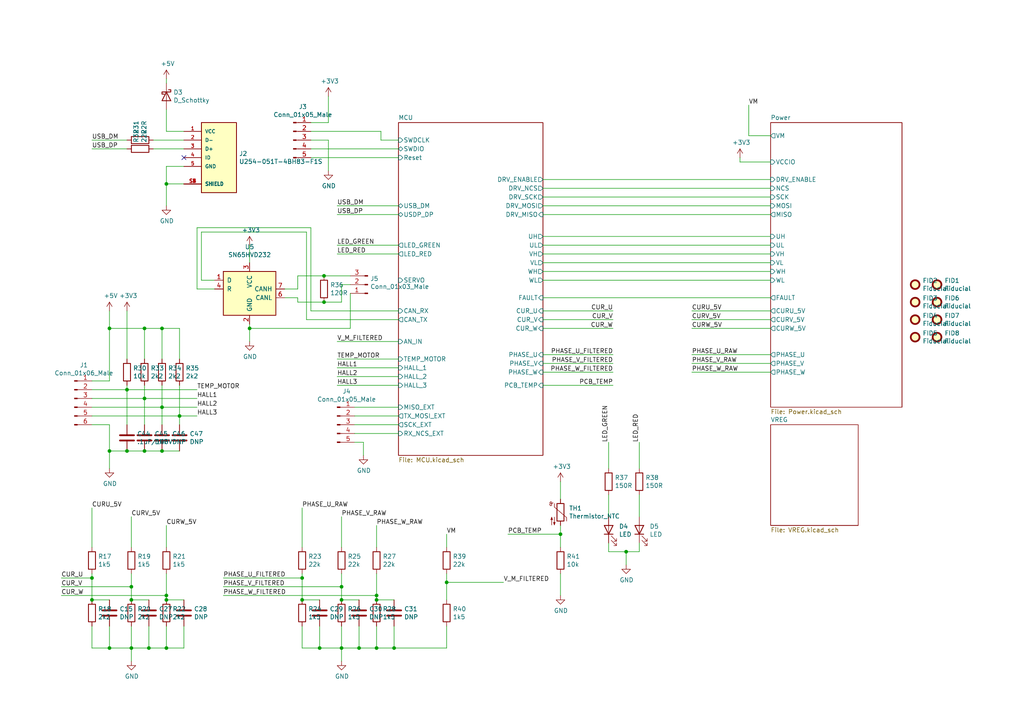
<source format=kicad_sch>
(kicad_sch (version 20211123) (generator eeschema)
  (paper "A4")
  (title_block (title "xESC BLDC Controller") (date "2021-12-01") (rev "2.0") (company "Clemens Elflein") (comment 1 "Creative Commons Attribution-NonCommercial-ShareAlike 4.0 International License.") (comment 2 "Licensed under "))
  (lib_symbols
    (symbol "Connector:Conn_01x03_Male" (pin_names (offset 1.016) hide)
      (property "Reference" "J" (at 0 5.08 0))
      (property "Value" "Conn_01x03_Male" (at 0 -5.08 0))
      (symbol "Conn_01x03_Male_1_1"
        (polyline (pts (xy 1.27 -2.54) (xy 0.8636 -2.54)) (stroke (width 0.1524)))
        (polyline (pts (xy 1.27 0) (xy 0.8636 0)) (stroke (width 0.1524)))
        (polyline (pts (xy 1.27 2.54) (xy 0.8636 2.54)) (stroke (width 0.1524)))
        (rectangle (start 0.8636 -2.413) (end 0 -2.667) (stroke (width 0.1524)) (fill (type outline)))
        (rectangle (start 0.8636 0.127) (end 0 -0.127) (stroke (width 0.1524)) (fill (type outline)))
        (rectangle (start 0.8636 2.667) (end 0 2.413) (stroke (width 0.1524)) (fill (type outline)))
        (pin passive line (at 5.08 2.54 180) (length 3.81) (name "Pin_1") (number "1"))
        (pin passive line (at 5.08 0 180) (length 3.81) (name "Pin_2") (number "2"))
        (pin passive line (at 5.08 -2.54 180) (length 3.81) (name "Pin_3") (number "3"))
      )
    )
    (symbol "Connector:Conn_01x05_Male" (pin_names (offset 1.016) hide)
      (property "Reference" "J" (at 0 7.62 0))
      (property "Value" "Conn_01x05_Male" (at 0 -7.62 0))
      (symbol "Conn_01x05_Male_1_1"
        (polyline (pts (xy 1.27 -5.08) (xy 0.8636 -5.08)) (stroke (width 0.1524)))
        (polyline (pts (xy 1.27 -2.54) (xy 0.8636 -2.54)) (stroke (width 0.1524)))
        (polyline (pts (xy 1.27 0) (xy 0.8636 0)) (stroke (width 0.1524)))
        (polyline (pts (xy 1.27 2.54) (xy 0.8636 2.54)) (stroke (width 0.1524)))
        (polyline (pts (xy 1.27 5.08) (xy 0.8636 5.08)) (stroke (width 0.1524)))
        (rectangle (start 0.8636 -4.953) (end 0 -5.207) (stroke (width 0.1524)) (fill (type outline)))
        (rectangle (start 0.8636 -2.413) (end 0 -2.667) (stroke (width 0.1524)) (fill (type outline)))
        (rectangle (start 0.8636 0.127) (end 0 -0.127) (stroke (width 0.1524)) (fill (type outline)))
        (rectangle (start 0.8636 2.667) (end 0 2.413) (stroke (width 0.1524)) (fill (type outline)))
        (rectangle (start 0.8636 5.207) (end 0 4.953) (stroke (width 0.1524)) (fill (type outline)))
        (pin passive line (at 5.08 5.08 180) (length 3.81) (name "Pin_1") (number "1"))
        (pin passive line (at 5.08 2.54 180) (length 3.81) (name "Pin_2") (number "2"))
        (pin passive line (at 5.08 0 180) (length 3.81) (name "Pin_3") (number "3"))
        (pin passive line (at 5.08 -2.54 180) (length 3.81) (name "Pin_4") (number "4"))
        (pin passive line (at 5.08 -5.08 180) (length 3.81) (name "Pin_5") (number "5"))
      )
    )
    (symbol "Connector:Conn_01x06_Male" (pin_names (offset 1.016) hide)
      (property "Reference" "J" (at 0 7.62 0))
      (property "Value" "Conn_01x06_Male" (at 0 -10.16 0))
      (symbol "Conn_01x06_Male_1_1"
        (polyline (pts (xy 1.27 -7.62) (xy 0.8636 -7.62)) (stroke (width 0.1524)))
        (polyline (pts (xy 1.27 -5.08) (xy 0.8636 -5.08)) (stroke (width 0.1524)))
        (polyline (pts (xy 1.27 -2.54) (xy 0.8636 -2.54)) (stroke (width 0.1524)))
        (polyline (pts (xy 1.27 0) (xy 0.8636 0)) (stroke (width 0.1524)))
        (polyline (pts (xy 1.27 2.54) (xy 0.8636 2.54)) (stroke (width 0.1524)))
        (polyline (pts (xy 1.27 5.08) (xy 0.8636 5.08)) (stroke (width 0.1524)))
        (rectangle (start 0.8636 -7.493) (end 0 -7.747) (stroke (width 0.1524)) (fill (type outline)))
        (rectangle (start 0.8636 -4.953) (end 0 -5.207) (stroke (width 0.1524)) (fill (type outline)))
        (rectangle (start 0.8636 -2.413) (end 0 -2.667) (stroke (width 0.1524)) (fill (type outline)))
        (rectangle (start 0.8636 0.127) (end 0 -0.127) (stroke (width 0.1524)) (fill (type outline)))
        (rectangle (start 0.8636 2.667) (end 0 2.413) (stroke (width 0.1524)) (fill (type outline)))
        (rectangle (start 0.8636 5.207) (end 0 4.953) (stroke (width 0.1524)) (fill (type outline)))
        (pin passive line (at 5.08 5.08 180) (length 3.81) (name "Pin_1") (number "1"))
        (pin passive line (at 5.08 2.54 180) (length 3.81) (name "Pin_2") (number "2"))
        (pin passive line (at 5.08 0 180) (length 3.81) (name "Pin_3") (number "3"))
        (pin passive line (at 5.08 -2.54 180) (length 3.81) (name "Pin_4") (number "4"))
        (pin passive line (at 5.08 -5.08 180) (length 3.81) (name "Pin_5") (number "5"))
        (pin passive line (at 5.08 -7.62 180) (length 3.81) (name "Pin_6") (number "6"))
      )
    )
    (symbol "Device:C" (pin_numbers hide) (pin_names (offset 0.254))
      (property "Reference" "C" (at 0.635 2.54 0))
      (property "Value" "C" (at 0.635 -2.54 0))
      (symbol "C_0_1"
        (polyline (pts (xy -2.032 -0.762) (xy 2.032 -0.762)) (stroke (width 0.508)))
        (polyline (pts (xy -2.032 0.762) (xy 2.032 0.762)) (stroke (width 0.508)))
      )
      (symbol "C_1_1"
        (pin passive line (at 0 3.81 270) (length 2.794) (name "~") (number "1"))
        (pin passive line (at 0 -3.81 90) (length 2.794) (name "~") (number "2"))
      )
    )
    (symbol "Device:D_Schottky" (pin_numbers hide) (pin_names (offset 1.016) hide)
      (property "Reference" "D" (at 0 2.54 0))
      (property "Value" "D_Schottky" (at 0 -2.54 0))
      (symbol "D_Schottky_0_1"
        (polyline (pts (xy 1.27 0) (xy -1.27 0)))
        (polyline (pts (xy 1.27 1.27) (xy 1.27 -1.27) (xy -1.27 0) (xy 1.27 1.27)) (stroke (width 0.254)))
        (polyline (pts (xy -1.905 0.635) (xy -1.905 1.27) (xy -1.27 1.27) (xy -1.27 -1.27) (xy -0.635 -1.27) (xy -0.635 -0.635)) (stroke (width 0.254)))
      )
      (symbol "D_Schottky_1_1"
        (pin passive line (at -3.81 0 0) (length 2.54) (name "K") (number "1"))
        (pin passive line (at 3.81 0 180) (length 2.54) (name "A") (number "2"))
      )
    )
    (symbol "Device:LED" (pin_numbers hide) (pin_names (offset 1.016) hide)
      (property "Reference" "D" (at 0 2.54 0))
      (property "Value" "LED" (at 0 -2.54 0))
      (symbol "LED_0_1"
        (polyline (pts (xy -1.27 -1.27) (xy -1.27 1.27)) (stroke (width 0.254)))
        (polyline (pts (xy -1.27 0) (xy 1.27 0)))
        (polyline (pts (xy 1.27 -1.27) (xy 1.27 1.27) (xy -1.27 0) (xy 1.27 -1.27)) (stroke (width 0.254)))
        (polyline (pts (xy -3.048 -0.762) (xy -4.572 -2.286) (xy -3.81 -2.286) (xy -4.572 -2.286) (xy -4.572 -1.524)))
        (polyline (pts (xy -1.778 -0.762) (xy -3.302 -2.286) (xy -2.54 -2.286) (xy -3.302 -2.286) (xy -3.302 -1.524)))
      )
      (symbol "LED_1_1"
        (pin passive line (at -3.81 0 0) (length 2.54) (name "K") (number "1"))
        (pin passive line (at 3.81 0 180) (length 2.54) (name "A") (number "2"))
      )
    )
    (symbol "Device:R" (pin_numbers hide) (pin_names (offset 0))
      (property "Reference" "R" (at 2.032 0 90))
      (property "Value" "R" (at 0 0 90))
      (symbol "R_0_1"
        (rectangle (start -1.016 -2.54) (end 1.016 2.54) (stroke (width 0.254)))
      )
      (symbol "R_1_1"
        (pin passive line (at 0 3.81 270) (length 1.27) (name "~") (number "1"))
        (pin passive line (at 0 -3.81 90) (length 1.27) (name "~") (number "2"))
      )
    )
    (symbol "Device:Thermistor_NTC" (pin_numbers hide) (pin_names (offset 0))
      (property "Reference" "TH" (at -4.445 0 90))
      (property "Value" "Thermistor_NTC" (at 3.175 0 90))
      (symbol "Thermistor_NTC_0_1"
        (arc (start -3.048 2.159) (mid -3.0505 2.3165) (end -3.175 2.413))
        (arc (start -3.048 2.159) (mid -2.9736 1.9794) (end -2.794 1.905))
        (arc (start -3.048 2.794) (mid -2.9736 2.6144) (end -2.794 2.54))
        (arc (start -2.794 1.905) (mid -2.6144 1.9794) (end -2.54 2.159))
        (arc (start -2.794 2.54) (mid -2.434 2.5608) (end -2.159 2.794))
        (arc (start -2.794 3.048) (mid -2.9736 2.9736) (end -3.048 2.794))
        (arc (start -2.54 2.794) (mid -2.6144 2.9736) (end -2.794 3.048))
        (rectangle (start -1.016 2.54) (end 1.016 -2.54) (stroke (width 0.254)))
        (polyline (pts (xy -2.54 2.159) (xy -2.54 2.794)))
        (polyline (pts (xy -1.778 2.54) (xy -1.778 1.524) (xy 1.778 -1.524) (xy 1.778 -2.54)))
        (polyline (pts (xy -2.54 -3.683) (xy -2.54 -1.397) (xy -2.794 -2.159) (xy -2.286 -2.159) (xy -2.54 -1.397) (xy -2.54 -1.651)) (fill (type outline)))
        (polyline (pts (xy -1.778 -1.397) (xy -1.778 -3.683) (xy -2.032 -2.921) (xy -1.524 -2.921) (xy -1.778 -3.683) (xy -1.778 -3.429)) (fill (type outline)))
      )
      (symbol "Thermistor_NTC_1_1"
        (pin passive line (at 0 3.81 270) (length 1.27) (name "~") (number "1"))
        (pin passive line (at 0 -3.81 90) (length 1.27) (name "~") (number "2"))
      )
    )
    (symbol "Interface_CAN_LIN:SN65HVD232" (pin_names (offset 1.016))
      (property "Reference" "U" (at -2.54 10.16 0))
      (property "Value" "SN65HVD232" (at -2.54 7.62 0))
      (symbol "SN65HVD232_0_1"
        (rectangle (start -7.62 5.08) (end 7.62 -7.62) (stroke (width 0.254)) (fill (type background)))
      )
      (symbol "SN65HVD232_1_1"
        (pin input line (at -10.16 2.54 0) (length 2.54) (name "D") (number "1"))
        (pin power_in line (at 0 -10.16 90) (length 2.54) (name "GND") (number "2"))
        (pin power_in line (at 0 7.62 270) (length 2.54) (name "VCC") (number "3"))
        (pin output line (at -10.16 0 0) (length 2.54) (name "R") (number "4"))
        (pin no_connect line (at -10.16 -2.54 0) (length 2.54) hide (name "NC") (number "5"))
        (pin bidirectional line (at 10.16 -2.54 180) (length 2.54) (name "CANL") (number "6"))
        (pin bidirectional line (at 10.16 0 180) (length 2.54) (name "CANH") (number "7"))
        (pin no_connect line (at -10.16 -5.08 0) (length 2.54) hide (name "NC") (number "8"))
      )
    )
    (symbol "Mechanical:Fiducial"
      (property "Reference" "FID" (at 0 5.08 0))
      (property "Value" "Fiducial" (at 0 3.175 0))
      (symbol "Fiducial_0_1"
        (circle (center 0 0) (radius 1.27) (stroke (width 0.508)) (fill (type background)))
      )
    )
    (symbol "U254-051T-4BH83-F1S:U254-051T-4BH83-F1S" (pin_names (offset 1.016))
      (property "Reference" "J" (at -5.08 11.43 0))
      (property "Value" "U254-051T-4BH83-F1S" (at -5.08 -12.7 0))
      (symbol "U254-051T-4BH83-F1S_0_0"
        (rectangle (start -5.08 -10.16) (end 5.08 10.16) (stroke (width 0.254)) (fill (type background)))
        (pin power_in line (at -10.16 7.62 0) (length 5.08) (name "VCC") (number "1"))
        (pin bidirectional line (at -10.16 5.08 0) (length 5.08) (name "D-") (number "2"))
        (pin bidirectional line (at -10.16 2.54 0) (length 5.08) (name "D+") (number "3"))
        (pin bidirectional line (at -10.16 0 0) (length 5.08) (name "ID") (number "4"))
        (pin power_in line (at -10.16 -2.54 0) (length 5.08) (name "GND") (number "5"))
        (pin passive line (at -10.16 -7.62 0) (length 5.08) (name "SHIELD") (number "S1"))
        (pin passive line (at -10.16 -7.62 0) (length 5.08) (name "SHIELD") (number "S2"))
        (pin passive line (at -10.16 -7.62 0) (length 5.08) (name "SHIELD") (number "S3"))
        (pin passive line (at -10.16 -7.62 0) (length 5.08) (name "SHIELD") (number "S4"))
        (pin passive line (at -10.16 -7.62 0) (length 5.08) (name "SHIELD") (number "S5"))
        (pin passive line (at -10.16 -7.62 0) (length 5.08) (name "SHIELD") (number "S6"))
      )
    )
    (symbol "power:+3.3V" (power) (pin_names (offset 0))
      (property "Value" "+3.3V" (at 0 3.556 0))
      (symbol "+3.3V_0_1"
        (polyline (pts (xy -0.762 1.27) (xy 0 2.54)))
        (polyline (pts (xy 0 0) (xy 0 2.54)))
        (polyline (pts (xy 0 2.54) (xy 0.762 1.27)))
      )
      (symbol "+3.3V_1_1"
        (pin power_in line (at 0 0 90) (length 0) hide (name "+3V3") (number "1"))
      )
    )
    (symbol "power:+5V" (power) (pin_names (offset 0))
      (property "Value" "+5V" (at 0 3.556 0))
      (symbol "+5V_0_1"
        (polyline (pts (xy -0.762 1.27) (xy 0 2.54)))
        (polyline (pts (xy 0 0) (xy 0 2.54)))
        (polyline (pts (xy 0 2.54) (xy 0.762 1.27)))
      )
      (symbol "+5V_1_1"
        (pin power_in line (at 0 0 90) (length 0) hide (name "+5V") (number "1"))
      )
    )
    (symbol "power:GND" (power) (pin_names (offset 0))
      (property "Value" "GND" (at 0 -3.81 0))
      (symbol "GND_0_1"
        (polyline (pts (xy 0 0) (xy 0 -1.27) (xy 1.27 -1.27) (xy 0 -2.54) (xy -1.27 -1.27) (xy 0 -1.27)))
      )
      (symbol "GND_1_1"
        (pin power_in line (at 0 0 270) (length 0) hide (name "GND") (number "1"))
      )
    )
  )
  (junction (at 92.71 187.96))
  (junction (at 43.18 187.96))
  (junction (at 46.99 130.81))
  (junction (at 26.67 167.64))
  (junction (at 48.26 187.96))
  (junction (at 99.06 173.99))
  (junction (at 36.83 113.03))
  (junction (at 72.39 95.25))
  (junction (at 48.26 53.34))
  (junction (at 114.3 187.96))
  (junction (at 38.1 187.96))
  (junction (at 109.22 173.99))
  (junction (at 129.54 168.91))
  (junction (at 48.26 172.72))
  (junction (at 36.83 130.81))
  (junction (at 31.75 187.96))
  (junction (at 109.22 172.72))
  (junction (at 87.63 173.99))
  (junction (at 52.07 120.65))
  (junction (at 31.75 95.25))
  (junction (at 48.26 173.99))
  (junction (at 46.99 95.25))
  (junction (at 46.99 118.11))
  (junction (at 93.98 80.01))
  (junction (at 41.91 130.81))
  (junction (at 26.67 173.99))
  (junction (at 104.14 187.96))
  (junction (at 162.56 154.94))
  (junction (at 99.06 187.96))
  (junction (at 93.98 87.63))
  (junction (at 87.63 167.64))
  (junction (at 99.06 170.18))
  (junction (at 109.22 187.96))
  (junction (at 38.1 170.18))
  (junction (at 38.1 173.99))
  (junction (at 41.91 95.25))
  (junction (at 31.75 130.81))
  (junction (at 181.61 160.02))
  (junction (at 41.91 115.57))
  (no_connect (at 53.34 45.72))
  (wire (pts (xy 53.34 40.64) (xy 44.45 40.64)))
  (wire (pts (xy 115.57 71.12) (xy 97.79 71.12)))
  (wire (pts (xy 95.25 35.56) (xy 95.25 27.94)))
  (wire (pts (xy 38.1 187.96) (xy 43.18 187.96)))
  (wire (pts (xy 97.79 109.22) (xy 115.57 109.22)))
  (wire (pts (xy 86.36 87.63) (xy 93.98 87.63)))
  (wire (pts (xy 223.52 102.87) (xy 200.66 102.87)))
  (wire (pts (xy 157.48 95.25) (xy 177.8 95.25)))
  (wire (pts (xy 110.49 40.64) (xy 115.57 40.64)))
  (wire (pts (xy 86.36 83.82) (xy 86.36 80.01)))
  (wire (pts (xy 181.61 160.02) (xy 185.42 160.02)))
  (wire (pts (xy 223.52 76.2) (xy 157.48 76.2)))
  (wire (pts (xy 92.71 181.61) (xy 92.71 187.96)))
  (wire (pts (xy 214.63 46.99) (xy 223.52 46.99)))
  (wire (pts (xy 223.52 105.41) (xy 200.66 105.41)))
  (wire (pts (xy 48.26 24.13) (xy 48.26 22.86)))
  (wire (pts (xy 162.56 152.4) (xy 162.56 154.94)))
  (wire (pts (xy 223.52 68.58) (xy 157.48 68.58)))
  (wire (pts (xy 102.87 123.19) (xy 115.57 123.19)))
  (wire (pts (xy 31.75 187.96) (xy 38.1 187.96)))
  (wire (pts (xy 87.63 187.96) (xy 92.71 187.96)))
  (wire (pts (xy 109.22 166.37) (xy 109.22 172.72)))
  (wire (pts (xy 38.1 181.61) (xy 38.1 187.96)))
  (wire (pts (xy 162.56 154.94) (xy 162.56 158.75)))
  (wire (pts (xy 115.57 106.68) (xy 97.79 106.68)))
  (wire (pts (xy 104.14 187.96) (xy 109.22 187.96)))
  (wire (pts (xy 53.34 48.26) (xy 48.26 48.26)))
  (wire (pts (xy 87.63 166.37) (xy 87.63 167.64)))
  (wire (pts (xy 41.91 95.25) (xy 46.99 95.25)))
  (wire (pts (xy 26.67 120.65) (xy 52.07 120.65)))
  (wire (pts (xy 57.15 113.03) (xy 36.83 113.03)))
  (wire (pts (xy 57.15 66.04) (xy 90.17 66.04)))
  (wire (pts (xy 157.48 102.87) (xy 177.8 102.87)))
  (wire (pts (xy 101.6 95.25) (xy 72.39 95.25)))
  (wire (pts (xy 223.52 52.07) (xy 157.48 52.07)))
  (wire (pts (xy 43.18 181.61) (xy 43.18 187.96)))
  (wire (pts (xy 48.26 187.96) (xy 48.26 181.61)))
  (wire (pts (xy 46.99 118.11) (xy 26.67 118.11)))
  (wire (pts (xy 48.26 152.4) (xy 48.26 158.75)))
  (wire (pts (xy 31.75 95.25) (xy 31.75 90.17)))
  (wire (pts (xy 223.52 73.66) (xy 157.48 73.66)))
  (wire (pts (xy 162.56 166.37) (xy 162.56 172.72)))
  (wire (pts (xy 101.6 85.09) (xy 101.6 95.25)))
  (wire (pts (xy 92.71 187.96) (xy 99.06 187.96)))
  (wire (pts (xy 31.75 123.19) (xy 31.75 130.81)))
  (wire (pts (xy 217.17 39.37) (xy 217.17 30.48)))
  (wire (pts (xy 41.91 111.76) (xy 41.91 115.57)))
  (wire (pts (xy 176.53 149.86) (xy 176.53 143.51)))
  (wire (pts (xy 48.26 48.26) (xy 48.26 53.34)))
  (wire (pts (xy 52.07 111.76) (xy 52.07 120.65)))
  (wire (pts (xy 115.57 99.06) (xy 97.79 99.06)))
  (wire (pts (xy 99.06 173.99) (xy 104.14 173.99)))
  (wire (pts (xy 176.53 135.89) (xy 176.53 128.27)))
  (wire (pts (xy 102.87 118.11) (xy 115.57 118.11)))
  (wire (pts (xy 223.52 57.15) (xy 157.48 57.15)))
  (wire (pts (xy 90.17 43.18) (xy 115.57 43.18)))
  (wire (pts (xy 99.06 181.61) (xy 99.06 187.96)))
  (wire (pts (xy 31.75 95.25) (xy 41.91 95.25)))
  (wire (pts (xy 109.22 172.72) (xy 109.22 173.99)))
  (wire (pts (xy 82.55 86.36) (xy 86.36 86.36)))
  (wire (pts (xy 217.17 39.37) (xy 223.52 39.37)))
  (wire (pts (xy 31.75 130.81) (xy 31.75 135.89)))
  (wire (pts (xy 36.83 130.81) (xy 31.75 130.81)))
  (wire (pts (xy 99.06 170.18) (xy 64.77 170.18)))
  (wire (pts (xy 99.06 187.96) (xy 104.14 187.96)))
  (wire (pts (xy 99.06 82.55) (xy 99.06 87.63)))
  (wire (pts (xy 99.06 149.86) (xy 99.06 158.75)))
  (wire (pts (xy 53.34 53.34) (xy 48.26 53.34)))
  (wire (pts (xy 129.54 168.91) (xy 146.05 168.91)))
  (wire (pts (xy 72.39 71.12) (xy 72.39 76.2)))
  (wire (pts (xy 157.48 78.74) (xy 223.52 78.74)))
  (wire (pts (xy 48.26 172.72) (xy 17.78 172.72)))
  (wire (pts (xy 88.9 92.71) (xy 88.9 67.31)))
  (wire (pts (xy 157.48 90.17) (xy 177.8 90.17)))
  (wire (pts (xy 57.15 83.82) (xy 57.15 66.04)))
  (wire (pts (xy 26.67 167.64) (xy 26.67 173.99)))
  (wire (pts (xy 157.48 105.41) (xy 177.8 105.41)))
  (wire (pts (xy 46.99 118.11) (xy 46.99 123.19)))
  (wire (pts (xy 38.1 166.37) (xy 38.1 170.18)))
  (wire (pts (xy 176.53 160.02) (xy 181.61 160.02)))
  (wire (pts (xy 48.26 173.99) (xy 53.34 173.99)))
  (wire (pts (xy 26.67 123.19) (xy 31.75 123.19)))
  (wire (pts (xy 53.34 187.96) (xy 48.26 187.96)))
  (wire (pts (xy 38.1 170.18) (xy 38.1 173.99)))
  (wire (pts (xy 87.63 167.64) (xy 64.77 167.64)))
  (wire (pts (xy 87.63 167.64) (xy 87.63 173.99)))
  (wire (pts (xy 72.39 95.25) (xy 72.39 99.06)))
  (wire (pts (xy 185.42 135.89) (xy 185.42 128.27)))
  (wire (pts (xy 62.23 83.82) (xy 57.15 83.82)))
  (wire (pts (xy 115.57 73.66) (xy 97.79 73.66)))
  (wire (pts (xy 41.91 130.81) (xy 36.83 130.81)))
  (wire (pts (xy 95.25 40.64) (xy 95.25 49.53)))
  (wire (pts (xy 93.98 80.01) (xy 101.6 80.01)))
  (wire (pts (xy 110.49 38.1) (xy 110.49 40.64)))
  (wire (pts (xy 129.54 173.99) (xy 129.54 168.91)))
  (wire (pts (xy 109.22 172.72) (xy 64.77 172.72)))
  (wire (pts (xy 157.48 59.69) (xy 223.52 59.69)))
  (wire (pts (xy 41.91 115.57) (xy 57.15 115.57)))
  (wire (pts (xy 99.06 191.77) (xy 99.06 187.96)))
  (wire (pts (xy 223.52 95.25) (xy 200.66 95.25)))
  (wire (pts (xy 97.79 59.69) (xy 115.57 59.69)))
  (wire (pts (xy 115.57 111.76) (xy 97.79 111.76)))
  (wire (pts (xy 157.48 71.12) (xy 223.52 71.12)))
  (wire (pts (xy 52.07 120.65) (xy 52.07 123.19)))
  (wire (pts (xy 86.36 80.01) (xy 93.98 80.01)))
  (wire (pts (xy 176.53 157.48) (xy 176.53 160.02)))
  (wire (pts (xy 26.67 166.37) (xy 26.67 167.64)))
  (wire (pts (xy 26.67 181.61) (xy 26.67 187.96)))
  (wire (pts (xy 26.67 167.64) (xy 17.78 167.64)))
  (wire (pts (xy 114.3 181.61) (xy 114.3 187.96)))
  (wire (pts (xy 223.52 107.95) (xy 200.66 107.95)))
  (wire (pts (xy 129.54 168.91) (xy 129.54 166.37)))
  (wire (pts (xy 48.26 172.72) (xy 48.26 173.99)))
  (wire (pts (xy 109.22 152.4) (xy 109.22 158.75)))
  (wire (pts (xy 109.22 187.96) (xy 109.22 181.61)))
  (wire (pts (xy 36.83 43.18) (xy 26.67 43.18)))
  (wire (pts (xy 90.17 38.1) (xy 110.49 38.1)))
  (wire (pts (xy 58.42 81.28) (xy 62.23 81.28)))
  (wire (pts (xy 223.52 62.23) (xy 157.48 62.23)))
  (wire (pts (xy 53.34 43.18) (xy 44.45 43.18)))
  (wire (pts (xy 129.54 187.96) (xy 114.3 187.96)))
  (wire (pts (xy 53.34 38.1) (xy 48.26 38.1)))
  (wire (pts (xy 129.54 158.75) (xy 129.54 154.94)))
  (wire (pts (xy 46.99 111.76) (xy 46.99 118.11)))
  (wire (pts (xy 90.17 90.17) (xy 115.57 90.17)))
  (wire (pts (xy 157.48 92.71) (xy 177.8 92.71)))
  (wire (pts (xy 38.1 149.86) (xy 38.1 158.75)))
  (wire (pts (xy 31.75 173.99) (xy 26.67 173.99)))
  (wire (pts (xy 36.83 113.03) (xy 26.67 113.03)))
  (wire (pts (xy 114.3 187.96) (xy 109.22 187.96)))
  (wire (pts (xy 105.41 128.27) (xy 105.41 132.08)))
  (wire (pts (xy 53.34 181.61) (xy 53.34 187.96)))
  (wire (pts (xy 87.63 181.61) (xy 87.63 187.96)))
  (wire (pts (xy 129.54 187.96) (xy 129.54 181.61)))
  (wire (pts (xy 104.14 181.61) (xy 104.14 187.96)))
  (wire (pts (xy 57.15 118.11) (xy 46.99 118.11)))
  (wire (pts (xy 185.42 157.48) (xy 185.42 160.02)))
  (wire (pts (xy 97.79 104.14) (xy 115.57 104.14)))
  (wire (pts (xy 48.26 166.37) (xy 48.26 172.72)))
  (wire (pts (xy 38.1 191.77) (xy 38.1 187.96)))
  (wire (pts (xy 115.57 92.71) (xy 88.9 92.71)))
  (wire (pts (xy 101.6 82.55) (xy 99.06 82.55)))
  (wire (pts (xy 109.22 173.99) (xy 114.3 173.99)))
  (wire (pts (xy 46.99 130.81) (xy 52.07 130.81)))
  (wire (pts (xy 157.48 86.36) (xy 223.52 86.36)))
  (wire (pts (xy 90.17 40.64) (xy 95.25 40.64)))
  (wire (pts (xy 26.67 147.32) (xy 26.67 158.75)))
  (wire (pts (xy 58.42 67.31) (xy 58.42 81.28)))
  (wire (pts (xy 48.26 53.34) (xy 48.26 59.69)))
  (wire (pts (xy 41.91 130.81) (xy 46.99 130.81)))
  (wire (pts (xy 72.39 93.98) (xy 72.39 95.25)))
  (wire (pts (xy 43.18 187.96) (xy 48.26 187.96)))
  (wire (pts (xy 157.48 107.95) (xy 177.8 107.95)))
  (wire (pts (xy 48.26 38.1) (xy 48.26 31.75)))
  (wire (pts (xy 86.36 86.36) (xy 86.36 87.63)))
  (wire (pts (xy 82.55 83.82) (xy 86.36 83.82)))
  (wire (pts (xy 38.1 170.18) (xy 17.78 170.18)))
  (wire (pts (xy 93.98 87.63) (xy 99.06 87.63)))
  (wire (pts (xy 115.57 125.73) (xy 102.87 125.73)))
  (wire (pts (xy 223.52 81.28) (xy 157.48 81.28)))
  (wire (pts (xy 41.91 104.14) (xy 41.91 95.25)))
  (wire (pts (xy 223.52 90.17) (xy 200.66 90.17)))
  (wire (pts (xy 36.83 113.03) (xy 36.83 111.76)))
  (wire (pts (xy 52.07 120.65) (xy 57.15 120.65)))
  (wire (pts (xy 162.56 144.78) (xy 162.56 139.7)))
  (wire (pts (xy 31.75 181.61) (xy 31.75 187.96)))
  (wire (pts (xy 185.42 149.86) (xy 185.42 143.51)))
  (wire (pts (xy 92.71 173.99) (xy 87.63 173.99)))
  (wire (pts (xy 41.91 115.57) (xy 41.91 123.19)))
  (wire (pts (xy 162.56 154.94) (xy 147.32 154.94)))
  (wire (pts (xy 90.17 66.04) (xy 90.17 90.17)))
  (wire (pts (xy 90.17 35.56) (xy 95.25 35.56)))
  (wire (pts (xy 36.83 123.19) (xy 36.83 113.03)))
  (wire (pts (xy 99.06 170.18) (xy 99.06 173.99)))
  (wire (pts (xy 36.83 40.64) (xy 26.67 40.64)))
  (wire (pts (xy 36.83 104.14) (xy 36.83 90.17)))
  (wire (pts (xy 26.67 187.96) (xy 31.75 187.96)))
  (wire (pts (xy 157.48 111.76) (xy 177.8 111.76)))
  (wire (pts (xy 88.9 67.31) (xy 58.42 67.31)))
  (wire (pts (xy 26.67 115.57) (xy 41.91 115.57)))
  (wire (pts (xy 214.63 46.99) (xy 214.63 45.72)))
  (wire (pts (xy 223.52 92.71) (xy 200.66 92.71)))
  (wire (pts (xy 115.57 120.65) (xy 102.87 120.65)))
  (wire (pts (xy 102.87 128.27) (xy 105.41 128.27)))
  (wire (pts (xy 99.06 166.37) (xy 99.06 170.18)))
  (wire (pts (xy 46.99 104.14) (xy 46.99 95.25)))
  (wire (pts (xy 115.57 62.23) (xy 97.79 62.23)))
  (wire (pts (xy 157.48 54.61) (xy 223.52 54.61)))
  (wire (pts (xy 181.61 163.83) (xy 181.61 160.02)))
  (wire (pts (xy 38.1 173.99) (xy 43.18 173.99)))
  (wire (pts (xy 46.99 95.25) (xy 52.07 95.25)))
  (wire (pts (xy 31.75 110.49) (xy 31.75 95.25)))
  (wire (pts (xy 87.63 147.32) (xy 87.63 158.75)))
  (wire (pts (xy 52.07 95.25) (xy 52.07 104.14)))
  (wire (pts (xy 90.17 45.72) (xy 115.57 45.72)))
  (wire (pts (xy 26.67 110.49) (xy 31.75 110.49)))
  (label "PCB_TEMP" (at 177.8 111.76 180))
  (label "PHASE_U_FILTERED" (at 177.8 102.87 180))
  (label "CUR_U" (at 17.78 167.64 0))
  (label "HALL3" (at 57.15 120.65 0))
  (label "V_M_FILTERED" (at 146.05 168.91 0))
  (label "LED_GREEN" (at 97.79 71.12 0))
  (label "LED_RED" (at 185.42 128.27 90))
  (label "CUR_U" (at 177.8 90.17 180))
  (label "V_M_FILTERED" (at 97.79 99.06 0))
  (label "USB_DP" (at 97.79 62.23 0))
  (label "CUR_V" (at 17.78 170.18 0))
  (label "HALL1" (at 97.79 106.68 0))
  (label "CUR_W" (at 177.8 95.25 180))
  (label "HALL2" (at 97.79 109.22 0))
  (label "TEMP_MOTOR" (at 57.15 113.03 0))
  (label "VM" (at 129.54 154.94 0))
  (label "LED_GREEN" (at 176.53 128.27 90))
  (label "CURU_5V" (at 26.67 147.32 0))
  (label "PHASE_U_RAW" (at 200.66 102.87 0))
  (label "PHASE_W_RAW" (at 109.22 152.4 0))
  (label "CURW_5V" (at 48.26 152.4 0))
  (label "PHASE_V_RAW" (at 99.06 149.86 0))
  (label "PHASE_U_RAW" (at 87.63 147.32 0))
  (label "CURW_5V" (at 200.66 95.25 0))
  (label "PHASE_U_FILTERED" (at 64.77 167.64 0))
  (label "USB_DP" (at 26.67 43.18 0))
  (label "PHASE_V_FILTERED" (at 64.77 170.18 0))
  (label "CURU_5V" (at 200.66 90.17 0))
  (label "CUR_W" (at 17.78 172.72 0))
  (label "USB_DM" (at 97.79 59.69 0))
  (label "HALL1" (at 57.15 115.57 0))
  (label "TEMP_MOTOR" (at 97.79 104.14 0))
  (label "VM" (at 217.17 30.48 0))
  (label "PHASE_W_FILTERED" (at 64.77 172.72 0))
  (label "PHASE_W_RAW" (at 200.66 107.95 0))
  (label "HALL3" (at 97.79 111.76 0))
  (label "PHASE_V_FILTERED" (at 177.8 105.41 180))
  (label "USB_DM" (at 26.67 40.64 0))
  (label "LED_RED" (at 97.79 73.66 0))
  (label "PHASE_V_RAW" (at 200.66 105.41 0))
  (label "CURV_5V" (at 38.1 149.86 0))
  (label "CUR_V" (at 177.8 92.71 180))
  (label "PCB_TEMP" (at 147.32 154.94 0))
  (label "HALL2" (at 57.15 118.11 0))
  (label "CURV_5V" (at 200.66 92.71 0))
  (label "PHASE_W_FILTERED" (at 177.8 107.95 180))
  (symbol (lib_id "Connector:Conn_01x06_Male") (at 21.59 115.57 0) (unit 1)
    (property "Reference" "J1" (at 24.3332 105.8926 0))
    (property "Value" "Conn_01x06_Male" (at 24.3332 108.204 0))
    (property "Footprint" "Connector_PinHeader_2.54mm:PinHeader_1x06_P2.54mm_Vertical" (effects hide))
    (property "LCSC" "C2935912" (effects hide))
    (property "Part Number" "DZ254R-11-06-63" (effects hide))
    (property "Stock_PN" "J-TH-1x6-.1" (effects hide))
  )
  (symbol (lib_id "power:+5V") (at 31.75 90.17 0) (unit 1)
    (property "Reference" "#PWR0133" (effects hide))
    (property "Value" "+5V" (at 32.131 85.7758 0))
  )
  (symbol (lib_id "power:GND") (at 31.75 135.89 0) (unit 1)
    (property "Reference" "#PWR0134" (effects hide))
    (property "Value" "GND" (at 31.877 140.2842 0))
  )
  (symbol (lib_id "Device:C") (at 36.83 127 0) (unit 1)
    (property "Reference" "C44" (at 39.751 125.8316 0) (effects (justify left)))
    (property "Value" ".1uF/100V" (at 39.751 128.143 0) (effects (justify left)))
    (property "Footprint" "Capacitor_SMD:C_0603_1608Metric" (effects hide))
    (property "Digikey" "490-1331-1-ND" (effects hide))
    (property "Part Number" "CL10B104KC8NNNC" (effects hide))
    (property "Stock_PN" "C-603-.1uF-100V-X7R" (effects hide))
  )
  (symbol (lib_id "Device:R") (at 36.83 107.95 0) (unit 1)
    (property "Reference" "R30" (at 38.608 106.7816 0) (effects (justify left)))
    (property "Value" "10k" (at 38.608 109.093 0) (effects (justify left)))
    (property "Footprint" "Resistor_SMD:R_0603_1608Metric" (effects hide))
    (property "Digikey" "311-10.0KHRCT-ND" (effects hide))
    (property "Part Number" "RC0603FR-0710KL" (effects hide))
    (property "Stock_PN" "R-603-10K-.1W-1%" (effects hide))
  )
  (symbol (lib_id "power:+3.3V") (at 36.83 90.17 0) (unit 1)
    (property "Reference" "#PWR0135" (effects hide))
    (property "Value" "+3.3V" (at 37.211 85.7758 0))
  )
  (symbol (lib_id "Device:R") (at 26.67 162.56 0) (unit 1)
    (property "Reference" "R17" (at 28.448 161.3916 0) (effects (justify left)))
    (property "Value" "1k5" (at 28.448 163.703 0) (effects (justify left)))
    (property "Footprint" "Resistor_SMD:R_0603_1608Metric" (effects hide))
    (property "Digikey" "311-1.50KHRCT-ND" (effects hide))
    (property "Part Number" "RC0603FR-071K5L" (effects hide))
    (property "Stock_PN" "R-603-1.5K-.1W-1%" (effects hide))
  )
  (symbol (lib_id "Device:R") (at 26.67 177.8 0) (unit 1)
    (property "Reference" "R18" (at 28.448 176.6316 0) (effects (justify left)))
    (property "Value" "2k2" (at 28.448 178.943 0) (effects (justify left)))
    (property "Footprint" "Resistor_SMD:R_0603_1608Metric" (effects hide))
    (property "Digikey" "311-2.20KHRCT-ND" (effects hide))
    (property "Part Number" "RC0603FR-072K2L" (effects hide))
    (property "Stock_PN" "R-603-2.2K-.1W-1%" (effects hide))
  )
  (symbol (lib_id "Device:R") (at 38.1 162.56 0) (unit 1)
    (property "Reference" "R19" (at 39.878 161.3916 0) (effects (justify left)))
    (property "Value" "1k5" (at 39.878 163.703 0) (effects (justify left)))
    (property "Footprint" "Resistor_SMD:R_0603_1608Metric" (effects hide))
    (property "Digikey" "311-1.50KHRCT-ND" (effects hide))
    (property "Part Number" "RC0603FR-071K5L" (effects hide))
    (property "Stock_PN" "R-603-1.5K-.1W-1%" (effects hide))
  )
  (symbol (lib_id "Device:R") (at 38.1 177.8 0) (unit 1)
    (property "Reference" "R20" (at 39.878 176.6316 0) (effects (justify left)))
    (property "Value" "2k2" (at 39.878 178.943 0) (effects (justify left)))
    (property "Footprint" "Resistor_SMD:R_0603_1608Metric" (effects hide))
    (property "Digikey" "311-2.20KHRCT-ND" (effects hide))
    (property "Part Number" "RC0603FR-072K2L" (effects hide))
    (property "Stock_PN" "R-603-2.2K-.1W-1%" (effects hide))
  )
  (symbol (lib_id "Device:R") (at 48.26 162.56 0) (unit 1)
    (property "Reference" "R21" (at 50.038 161.3916 0) (effects (justify left)))
    (property "Value" "1k5" (at 50.038 163.703 0) (effects (justify left)))
    (property "Footprint" "Resistor_SMD:R_0603_1608Metric" (effects hide))
    (property "Digikey" "311-1.50KHRCT-ND" (effects hide))
    (property "Part Number" "RC0603FR-071K5L" (effects hide))
    (property "Stock_PN" "R-603-1.5K-.1W-1%" (effects hide))
  )
  (symbol (lib_id "Device:R") (at 48.26 177.8 0) (unit 1)
    (property "Reference" "R22" (at 50.038 176.6316 0) (effects (justify left)))
    (property "Value" "2k2" (at 50.038 178.943 0) (effects (justify left)))
    (property "Footprint" "Resistor_SMD:R_0603_1608Metric" (effects hide))
    (property "Digikey" "311-2.20KHRCT-ND" (effects hide))
    (property "Part Number" "RC0603FR-072K2L" (effects hide))
    (property "Stock_PN" "R-603-2.2K-.1W-1%" (effects hide))
  )
  (symbol (lib_id "power:GND") (at 38.1 191.77 0) (unit 1)
    (property "Reference" "#PWR0125" (effects hide))
    (property "Value" "GND" (at 38.227 196.1642 0))
  )
  (symbol (lib_id "power:+3.3V") (at 214.63 45.72 0) (unit 1)
    (property "Reference" "#PWR0126" (effects hide))
    (property "Value" "+3.3V" (at 215.011 41.3258 0))
  )
  (symbol (lib_id "Device:R") (at 41.91 107.95 0) (unit 1)
    (property "Reference" "R33" (at 43.688 106.7816 0) (effects (justify left)))
    (property "Value" "2k2" (at 43.688 109.093 0) (effects (justify left)))
    (property "Footprint" "Resistor_SMD:R_0603_1608Metric" (effects hide))
    (property "Digikey" "311-2.20KHRCT-ND" (effects hide))
    (property "Part Number" "RC0603FR-072K2L" (effects hide))
    (property "Stock_PN" "R-603-2.2K-.1W-1%" (effects hide))
  )
  (symbol (lib_id "Device:R") (at 46.99 107.95 0) (unit 1)
    (property "Reference" "R34" (at 48.768 106.7816 0) (effects (justify left)))
    (property "Value" "2k2" (at 48.768 109.093 0) (effects (justify left)))
    (property "Footprint" "Resistor_SMD:R_0603_1608Metric" (effects hide))
    (property "Digikey" "311-2.20KHRCT-ND" (effects hide))
    (property "Part Number" "RC0603FR-072K2L" (effects hide))
    (property "Stock_PN" "R-603-2.2K-.1W-1%" (effects hide))
  )
  (symbol (lib_id "Device:R") (at 52.07 107.95 0) (unit 1)
    (property "Reference" "R35" (at 53.848 106.7816 0) (effects (justify left)))
    (property "Value" "2k2" (at 53.848 109.093 0) (effects (justify left)))
    (property "Footprint" "Resistor_SMD:R_0603_1608Metric" (effects hide))
    (property "Digikey" "311-2.20KHRCT-ND" (effects hide))
    (property "Part Number" "RC0603FR-072K2L" (effects hide))
    (property "Stock_PN" "R-603-2.2K-.1W-1%" (effects hide))
  )
  (symbol (lib_id "Device:C") (at 52.07 127 0) (unit 1)
    (property "Reference" "C47" (at 54.991 125.8316 0) (effects (justify left)))
    (property "Value" "DNP" (at 54.991 128.143 0) (effects (justify left)))
    (property "Footprint" "Capacitor_SMD:C_0603_1608Metric" (effects hide))
    (property "Config" "do not place" (effects hide))
  )
  (symbol (lib_id "Device:C") (at 46.99 127 0) (unit 1)
    (property "Reference" "C46" (at 49.911 125.8316 0) (effects (justify left)))
    (property "Value" "DNP" (at 49.911 128.143 0) (effects (justify left)))
    (property "Footprint" "Capacitor_SMD:C_0603_1608Metric" (effects hide))
    (property "Config" "do not place" (effects hide))
  )
  (symbol (lib_id "Device:C") (at 41.91 127 0) (unit 1)
    (property "Reference" "C45" (at 44.831 125.8316 0) (effects (justify left)))
    (property "Value" "DNP" (at 44.831 128.143 0) (effects (justify left)))
    (property "Footprint" "Capacitor_SMD:C_0603_1608Metric" (effects hide))
    (property "Config" "do not place" (effects hide))
  )
  (symbol (lib_id "Device:C") (at 53.34 177.8 0) (unit 1)
    (property "Reference" "C28" (at 56.261 176.6316 0) (effects (justify left)))
    (property "Value" "DNP" (at 56.261 178.943 0) (effects (justify left)))
    (property "Footprint" "Capacitor_SMD:C_0603_1608Metric" (effects hide))
    (property "Config" "do not place" (effects hide))
  )
  (symbol (lib_id "Device:C") (at 43.18 177.8 0) (unit 1)
    (property "Reference" "C27" (at 46.101 176.6316 0) (effects (justify left)))
    (property "Value" "DNP" (at 46.101 178.943 0) (effects (justify left)))
    (property "Footprint" "Capacitor_SMD:C_0603_1608Metric" (effects hide))
    (property "Config" "do not place" (effects hide))
  )
  (symbol (lib_id "Device:C") (at 31.75 177.8 0) (unit 1)
    (property "Reference" "C15" (at 34.671 176.6316 0) (effects (justify left)))
    (property "Value" "DNP" (at 34.671 178.943 0) (effects (justify left)))
    (property "Footprint" "Capacitor_SMD:C_0603_1608Metric" (effects hide))
    (property "Config" "do not place" (effects hide))
  )
  (symbol (lib_id "Connector:Conn_01x05_Male") (at 85.09 40.64 0) (unit 1)
    (property "Reference" "J3" (at 87.8332 30.9626 0))
    (property "Value" "Conn_01x05_Male" (at 87.8332 33.274 0))
    (property "Footprint" "Connector_PinHeader_2.54mm:PinHeader_1x05_P2.54mm_Vertical" (effects hide))
    (property "LCSC" "C2935911" (effects hide))
    (property "Part Number" "DZ254R-11-05-63" (effects hide))
    (property "Stock_PN" "J-TH-1x5-.1" (effects hide))
  )
  (symbol (lib_id "power:+3.3V") (at 95.25 27.94 0) (unit 1)
    (property "Reference" "#PWR0136" (effects hide))
    (property "Value" "+3.3V" (at 95.631 23.5458 0))
  )
  (symbol (lib_id "Device:R") (at 87.63 162.56 0) (unit 1)
    (property "Reference" "R23" (at 89.408 161.3916 0) (effects (justify left)))
    (property "Value" "22k" (at 89.408 163.703 0) (effects (justify left)))
    (property "Footprint" "Resistor_SMD:R_0603_1608Metric" (effects hide))
    (property "Digikey" "RMCF0603FT22K0CT-ND" (effects hide))
    (property "Part Number" "RMCF0603FT22K0" (effects hide))
    (property "Stock_PN" "R-603-22K-.1W-1%" (effects hide))
  )
  (symbol (lib_id "Device:R") (at 87.63 177.8 0) (unit 1)
    (property "Reference" "R24" (at 89.408 176.6316 0) (effects (justify left)))
    (property "Value" "1k5" (at 89.408 178.943 0) (effects (justify left)))
    (property "Footprint" "Resistor_SMD:R_0603_1608Metric" (effects hide))
    (property "Digikey" "311-1.50KHRCT-ND" (effects hide))
    (property "Part Number" "RC0603FR-071K5L" (effects hide))
    (property "Stock_PN" "R-603-1.5K-.1W-1%" (effects hide))
  )
  (symbol (lib_id "Device:R") (at 99.06 162.56 0) (unit 1)
    (property "Reference" "R25" (at 100.838 161.3916 0) (effects (justify left)))
    (property "Value" "22k" (at 100.838 163.703 0) (effects (justify left)))
    (property "Footprint" "Resistor_SMD:R_0603_1608Metric" (effects hide))
    (property "Digikey" "RMCF0603FT22K0CT-ND" (effects hide))
    (property "Part Number" "RMCF0603FT22K0" (effects hide))
    (property "Stock_PN" "R-603-22K-.1W-1%" (effects hide))
  )
  (symbol (lib_id "Device:R") (at 99.06 177.8 0) (unit 1)
    (property "Reference" "R26" (at 100.838 176.6316 0) (effects (justify left)))
    (property "Value" "1k5" (at 100.838 178.943 0) (effects (justify left)))
    (property "Footprint" "Resistor_SMD:R_0603_1608Metric" (effects hide))
    (property "Digikey" "311-1.50KHRCT-ND" (effects hide))
    (property "Part Number" "RC0603FR-071K5L" (effects hide))
    (property "Stock_PN" "R-603-1.5K-.1W-1%" (effects hide))
  )
  (symbol (lib_id "Device:R") (at 109.22 162.56 0) (unit 1)
    (property "Reference" "R27" (at 110.998 161.3916 0) (effects (justify left)))
    (property "Value" "22k" (at 110.998 163.703 0) (effects (justify left)))
    (property "Footprint" "Resistor_SMD:R_0603_1608Metric" (effects hide))
    (property "Digikey" "RMCF0603FT22K0CT-ND" (effects hide))
    (property "Part Number" "RMCF0603FT22K0" (effects hide))
    (property "Stock_PN" "R-603-22K-.1W-1%" (effects hide))
  )
  (symbol (lib_id "Device:R") (at 109.22 177.8 0) (unit 1)
    (property "Reference" "R28" (at 110.998 176.6316 0) (effects (justify left)))
    (property "Value" "1k5" (at 110.998 178.943 0) (effects (justify left)))
    (property "Footprint" "Resistor_SMD:R_0603_1608Metric" (effects hide))
    (property "Digikey" "311-1.50KHRCT-ND" (effects hide))
    (property "Part Number" "RC0603FR-071K5L" (effects hide))
    (property "Stock_PN" "R-603-1.5K-.1W-1%" (effects hide))
  )
  (symbol (lib_id "power:GND") (at 99.06 191.77 0) (unit 1)
    (property "Reference" "#PWR0127" (effects hide))
    (property "Value" "GND" (at 99.187 196.1642 0))
  )
  (symbol (lib_id "Device:C") (at 114.3 177.8 0) (unit 1)
    (property "Reference" "C31" (at 117.221 176.6316 0) (effects (justify left)))
    (property "Value" "DNP" (at 117.221 178.943 0) (effects (justify left)))
    (property "Footprint" "Capacitor_SMD:C_0603_1608Metric" (effects hide))
    (property "Config" "do not place" (effects hide))
  )
  (symbol (lib_id "Device:C") (at 104.14 177.8 0) (unit 1)
    (property "Reference" "C30" (at 107.061 176.6316 0) (effects (justify left)))
    (property "Value" "DNP" (at 107.061 178.943 0) (effects (justify left)))
    (property "Footprint" "Capacitor_SMD:C_0603_1608Metric" (effects hide))
    (property "Config" "do not place" (effects hide))
  )
  (symbol (lib_id "Device:C") (at 92.71 177.8 0) (unit 1)
    (property "Reference" "C29" (at 95.631 176.6316 0) (effects (justify left)))
    (property "Value" "DNP" (at 95.631 178.943 0) (effects (justify left)))
    (property "Footprint" "Capacitor_SMD:C_0603_1608Metric" (effects hide))
    (property "Config" "do not place" (effects hide))
  )
  (symbol (lib_id "power:GND") (at 95.25 49.53 0) (unit 1)
    (property "Reference" "#PWR0137" (effects hide))
    (property "Value" "GND" (at 95.377 53.9242 0))
  )
  (symbol (lib_id "Device:R") (at 129.54 162.56 0) (unit 1)
    (property "Reference" "R39" (at 131.318 161.3916 0) (effects (justify left)))
    (property "Value" "22k" (at 131.318 163.703 0) (effects (justify left)))
    (property "Footprint" "Resistor_SMD:R_0603_1608Metric" (effects hide))
    (property "Digikey" "RMCF0603FT22K0CT-ND" (effects hide))
    (property "Part Number" "RMCF0603FT22K0" (effects hide))
    (property "Stock_PN" "R-603-22K-.1W-1%" (effects hide))
  )
  (symbol (lib_id "Device:R") (at 129.54 177.8 0) (unit 1)
    (property "Reference" "R40" (at 131.318 176.6316 0) (effects (justify left)))
    (property "Value" "1k5" (at 131.318 178.943 0) (effects (justify left)))
    (property "Footprint" "Resistor_SMD:R_0603_1608Metric" (effects hide))
    (property "Digikey" "311-1.50KHRCT-ND" (effects hide))
    (property "Part Number" "RC0603FR-071K5L" (effects hide))
    (property "Stock_PN" "R-603-1.5K-.1W-1%" (effects hide))
  )
  (symbol (lib_id "U254-051T-4BH83-F1S:U254-051T-4BH83-F1S") (at 63.5 45.72 0) (unit 1)
    (property "Reference" "J2" (at 69.342 44.5516 0) (effects (justify left)))
    (property "Value" "U254-051T-4BH83-F1S" (at 69.342 46.863 0) (effects (justify left)))
    (property "Footprint" "USB:XKB_U254-051T-4BH83-F1S" (effects hide))
    (property "PARTREV" "A0" (effects hide))
    (property "MAXIMUM_PACKAGE_HEIGHT" "2.98mm" (effects hide))
    (property "MANUFACTURER" "XKB INDUSTRIAL PRECISION" (effects hide))
    (property "STANDARD" "Manufacturer recommendations" (effects hide))
    (property "LCSC" "C397452" (effects hide))
    (property "Part Number" "U254-051T-4BH83-F1S" (effects hide))
    (property "Stock_PN" "J-USB-Mico-B" (effects hide))
  )
  (symbol (lib_id "power:+5V") (at 48.26 22.86 0) (unit 1)
    (property "Reference" "#PWR0138" (effects hide))
    (property "Value" "+5V" (at 48.641 18.4658 0))
  )
  (symbol (lib_id "Device:D_Schottky") (at 48.26 27.94 270) (unit 1)
    (property "Reference" "D3" (at 50.292 26.7716 90) (effects (justify left)))
    (property "Value" "D_Schottky" (at 50.292 29.083 90) (effects (justify left)))
    (property "Footprint" "Diode_SMD:D_SOD-123" (effects hide))
    (property "Part Number" "PMEG2010ER,115" (effects hide))
    (property "Digikey" "1727-5192-1-ND" (effects hide))
    (property "Stock_PN" "D-PMEG2010ER" (effects hide))
  )
  (symbol (lib_id "Device:R") (at 40.64 43.18 90) (unit 1)
    (property "Reference" "R32" (at 39.4716 41.402 0) (effects (justify left)))
    (property "Value" "22R" (at 41.783 41.402 0) (effects (justify left)))
    (property "Footprint" "Resistor_SMD:R_0603_1608Metric" (effects hide))
    (property "Digikey" "RMCF0603FT22R0CT-ND" (effects hide))
    (property "Part Number" "RMCF0603FT22R0" (effects hide))
    (property "Stock_PN" "R-603-22-.1W-1%" (effects hide))
  )
  (symbol (lib_id "Device:R") (at 40.64 40.64 90) (unit 1)
    (property "Reference" "R31" (at 39.4716 38.862 0) (effects (justify left)))
    (property "Value" "22R" (at 41.783 38.862 0) (effects (justify left)))
    (property "Footprint" "Resistor_SMD:R_0603_1608Metric" (effects hide))
    (property "Digikey" "RMCF0603FT22R0CT-ND" (effects hide))
    (property "Part Number" "RMCF0603FT22R0" (effects hide))
    (property "Stock_PN" "R-603-22-.1W-1%" (effects hide))
  )
  (symbol (lib_id "power:GND") (at 48.26 59.69 0) (unit 1)
    (property "Reference" "#PWR0139" (effects hide))
    (property "Value" "GND" (at 48.387 64.0842 0))
  )
  (symbol (lib_id "Connector:Conn_01x05_Male") (at 97.79 123.19 0) (unit 1)
    (property "Reference" "J4" (at 100.5332 113.5126 0))
    (property "Value" "Conn_01x05_Male" (at 100.5332 115.824 0))
    (property "Footprint" "Connector_PinHeader_2.54mm:PinHeader_1x05_P2.54mm_Vertical" (effects hide))
    (property "LCSC" "C2935911" (effects hide))
    (property "Part Number" "DZ254R-11-05-63" (effects hide))
    (property "Stock_PN" "J-TH-1x5-.1" (effects hide))
  )
  (symbol (lib_id "power:GND") (at 105.41 132.08 0) (unit 1)
    (property "Reference" "#PWR0140" (effects hide))
    (property "Value" "GND" (at 105.537 136.4742 0))
  )
  (symbol (lib_id "Interface_CAN_LIN:SN65HVD232") (at 72.39 83.82 0) (unit 1)
    (property "Reference" "U5" (at 72.39 71.6026 0))
    (property "Value" "SN65HVD232" (at 72.39 73.914 0))
    (property "Footprint" "Package_SO:SOIC-8_3.9x4.9mm_P1.27mm" (effects hide))
    (property "Datasheet" "http://www.ti.com/lit/ds/symlink/sn65hvd230.pdf" (effects hide))
    (property "Part Number" "SN65HVD232" (effects hide))
    (property "Digikey" "296-12282-5-ND" (effects hide))
    (property "LCSC" "C30530" (effects hide))
    (property "Stock_PN" "U-SN65HVD232" (effects hide))
  )
  (symbol (lib_id "power:GND") (at 72.39 99.06 0) (unit 1)
    (property "Reference" "#PWR0141" (effects hide))
    (property "Value" "GND" (at 72.517 103.4542 0))
  )
  (symbol (lib_id "power:+3.3V") (at 72.39 71.12 0) (unit 1)
    (property "Reference" "#PWR0142" (effects hide))
    (property "Value" "+3.3V" (at 72.771 66.7258 0))
  )
  (symbol (lib_id "Device:R") (at 93.98 83.82 0) (unit 1)
    (property "Reference" "R36" (at 95.758 82.6516 0) (effects (justify left)))
    (property "Value" "120R" (at 95.758 84.963 0) (effects (justify left)))
    (property "Footprint" "Resistor_SMD:R_0603_1608Metric" (effects hide))
    (property "Digikey" "RMCF0603FT120RCT-ND" (effects hide))
    (property "Part Number" "RMCF0603FT120R" (effects hide))
    (property "Stock_PN" "R-603-120-.1W-1%" (effects hide))
  )
  (symbol (lib_id "Connector:Conn_01x03_Male") (at 106.68 82.55 180) (unit 1)
    (property "Reference" "J5" (at 107.3912 80.8228 0) (effects (justify right)))
    (property "Value" "Conn_01x03_Male" (at 107.3912 83.1342 0) (effects (justify right)))
    (property "Footprint" "Connector_PinHeader_2.54mm:PinHeader_1x03_P2.54mm_Vertical" (effects hide))
    (property "LCSC" "C2935909" (effects hide))
    (property "Part Number" "DZ254R-11-05-63" (effects hide))
    (property "Stock_PN" "J-TH-1x3-.1" (effects hide))
  )
  (symbol (lib_id "Device:R") (at 176.53 139.7 0) (unit 1)
    (property "Reference" "R37" (at 178.308 138.5316 0) (effects (justify left)))
    (property "Value" "150R" (at 178.308 140.843 0) (effects (justify left)))
    (property "Footprint" "Resistor_SMD:R_0603_1608Metric" (effects hide))
    (property "Digikey" "311-150HRCT-ND" (effects hide))
    (property "Part Number" "RC0603FR-07150RL" (effects hide))
    (property "Stock_PN" "R-603-150-.1W-1%" (effects hide))
  )
  (symbol (lib_id "Device:LED") (at 176.53 153.67 90) (unit 1)
    (property "Reference" "D4" (at 179.5272 152.6794 90) (effects (justify right)))
    (property "Value" "LED" (at 179.5272 154.9908 90) (effects (justify right)))
    (property "Footprint" "LED_SMD:LED_0603_1608Metric" (effects hide))
    (property "Stock_PN" "LED-603-GREEN" (effects hide))
    (property "Digikey" "160-1446-1-ND" (effects hide))
    (property "Part Number" "LTST-C191KGKT" (effects hide))
  )
  (symbol (lib_id "Device:Thermistor_NTC") (at 162.56 148.59 0) (unit 1)
    (property "Reference" "TH1" (at 165.0492 147.4216 0) (effects (justify left)))
    (property "Value" "Thermistor_NTC" (at 165.0492 149.733 0) (effects (justify left)))
    (property "Footprint" "Resistor_SMD:R_0603_1608Metric" (effects hide))
    (property "Digikey" "490-16279-1-ND" (effects hide))
    (property "Part Number" "NCU18XH103F60RB" (effects hide))
    (property "Stock_PN" "TH-NCU18XH103F60RB" (effects hide))
  )
  (symbol (lib_id "Device:R") (at 162.56 162.56 0) (unit 1)
    (property "Reference" "R41" (at 164.338 161.3916 0) (effects (justify left)))
    (property "Value" "10k" (at 164.338 163.703 0) (effects (justify left)))
    (property "Footprint" "Resistor_SMD:R_0603_1608Metric" (effects hide))
    (property "Digikey" "311-10.0KHRCT-ND" (effects hide))
    (property "Part Number" "RC0603FR-0710KL" (effects hide))
    (property "Stock_PN" "R-603-10K-.1W-1%" (effects hide))
  )
  (symbol (lib_id "Device:R") (at 185.42 139.7 0) (unit 1)
    (property "Reference" "R38" (at 187.198 138.5316 0) (effects (justify left)))
    (property "Value" "150R" (at 187.198 140.843 0) (effects (justify left)))
    (property "Footprint" "Resistor_SMD:R_0603_1608Metric" (effects hide))
    (property "Digikey" "311-150HRCT-ND" (effects hide))
    (property "Part Number" "RC0603FR-07150RL" (effects hide))
    (property "Stock_PN" "R-603-150-.1W-1%" (effects hide))
  )
  (symbol (lib_id "Device:LED") (at 185.42 153.67 90) (unit 1)
    (property "Reference" "D5" (at 188.4172 152.6794 90) (effects (justify right)))
    (property "Value" "LED" (at 188.4172 154.9908 90) (effects (justify right)))
    (property "Footprint" "LED_SMD:LED_0603_1608Metric" (effects hide))
    (property "Stock_PN" "LED-603-RED" (effects hide))
    (property "Digikey" "160-1447-1-ND" (effects hide))
    (property "Part Number" "LTST-C191KRKT" (effects hide))
  )
  (symbol (lib_id "power:GND") (at 181.61 163.83 0) (unit 1)
    (property "Reference" "#PWR0143" (effects hide))
    (property "Value" "GND" (at 181.737 168.2242 0))
  )
  (symbol (lib_id "power:GND") (at 162.56 172.72 0) (unit 1)
    (property "Reference" "#PWR0121" (effects hide))
    (property "Value" "GND" (at 162.687 177.1142 0))
  )
  (symbol (lib_id "power:+3.3V") (at 162.56 139.7 0) (unit 1)
    (property "Reference" "#PWR0122" (effects hide))
    (property "Value" "+3.3V" (at 162.941 135.3058 0))
  )
  (symbol (lib_id "Mechanical:Fiducial") (at 271.78 82.55 0) (unit 1)
    (property "Reference" "FID1" (at 273.939 81.3816 0) (effects (justify left)))
    (property "Value" "Fiducial" (at 273.939 83.693 0) (effects (justify left)))
    (property "Footprint" "Fiducial:Fiducial_0.75mm_Mask1.5mm" (effects hide))
    (property "Config" "do not place" (effects hide))
  )
  (symbol (lib_id "Mechanical:Fiducial") (at 271.78 87.63 0) (unit 1)
    (property "Reference" "FID6" (at 273.939 86.4616 0) (effects (justify left)))
    (property "Value" "Fiducial" (at 273.939 88.773 0) (effects (justify left)))
    (property "Footprint" "Fiducial:Fiducial_0.75mm_Mask1.5mm" (effects hide))
    (property "Config" "do not place" (effects hide))
  )
  (symbol (lib_id "Mechanical:Fiducial") (at 271.78 92.71 0) (unit 1)
    (property "Reference" "FID7" (at 273.939 91.5416 0) (effects (justify left)))
    (property "Value" "Fiducial" (at 273.939 93.853 0) (effects (justify left)))
    (property "Footprint" "Fiducial:Fiducial_0.75mm_Mask1.5mm" (effects hide))
    (property "Config" "do not place" (effects hide))
  )
  (symbol (lib_id "Mechanical:Fiducial") (at 271.78 97.79 0) (unit 1)
    (property "Reference" "FID8" (at 273.939 96.6216 0) (effects (justify left)))
    (property "Value" "Fiducial" (at 273.939 98.933 0) (effects (justify left)))
    (property "Footprint" "Fiducial:Fiducial_0.75mm_Mask1.5mm" (effects hide))
    (property "Config" "do not place" (effects hide))
  )
  (symbol (lib_id "Mechanical:Fiducial") (at 265.43 82.55 0) (unit 1)
    (property "Reference" "FID2" (at 267.589 81.3816 0) (effects (justify left)))
    (property "Value" "Fiducial" (at 267.589 83.693 0) (effects (justify left)))
    (property "Footprint" "Fiducial:Fiducial_0.75mm_Mask1.5mm" (effects hide))
    (property "Config" "do not place" (effects hide))
  )
  (symbol (lib_id "Mechanical:Fiducial") (at 265.43 87.63 0) (unit 1)
    (property "Reference" "FID3" (at 267.589 86.4616 0) (effects (justify left)))
    (property "Value" "Fiducial" (at 267.589 88.773 0) (effects (justify left)))
    (property "Footprint" "Fiducial:Fiducial_0.75mm_Mask1.5mm" (effects hide))
    (property "Config" "do not place" (effects hide))
  )
  (symbol (lib_id "Mechanical:Fiducial") (at 265.43 92.71 0) (unit 1)
    (property "Reference" "FID4" (at 267.589 91.5416 0) (effects (justify left)))
    (property "Value" "Fiducial" (at 267.589 93.853 0) (effects (justify left)))
    (property "Footprint" "Fiducial:Fiducial_0.75mm_Mask1.5mm" (effects hide))
    (property "Config" "do not place" (effects hide))
  )
  (symbol (lib_id "Mechanical:Fiducial") (at 265.43 97.79 0) (unit 1)
    (property "Reference" "FID5" (at 267.589 96.6216 0) (effects (justify left)))
    (property "Value" "Fiducial" (at 267.589 98.933 0) (effects (justify left)))
    (property "Footprint" "Fiducial:Fiducial_0.75mm_Mask1.5mm" (effects hide))
    (property "Config" "do not place" (effects hide))
  )
  (sheet (at 223.52 35.56) (size 38.1 82.55)
    (property "Sheet name" "Power" (at 223.52 34.8484 0) (effects (justify left bottom)))
    (property "Sheet file" "Power.kicad_sch" (at 223.52 118.6946 0) (effects (justify left top)))
    (pin "DRV_ENABLE" input (at 223.52 52.07 180))
    (pin "NCS" input (at 223.52 54.61 180))
    (pin "SCK" input (at 223.52 57.15 180))
    (pin "MOSI" input (at 223.52 59.69 180))
    (pin "MISO" output (at 223.52 62.23 180))
    (pin "UH" input (at 223.52 68.58 180))
    (pin "UL" input (at 223.52 71.12 180))
    (pin "VH" input (at 223.52 73.66 180))
    (pin "VL" input (at 223.52 76.2 180))
    (pin "WH" input (at 223.52 78.74 180))
    (pin "WL" input (at 223.52 81.28 180))
    (pin "FAULT" output (at 223.52 86.36 180))
    (pin "CURU_5V" output (at 223.52 90.17 180))
    (pin "CURV_5V" output (at 223.52 92.71 180))
    (pin "CURW_5V" output (at 223.52 95.25 180))
    (pin "VCCIO" input (at 223.52 46.99 180))
    (pin "VM" output (at 223.52 39.37 180))
    (pin "PHASE_U" output (at 223.52 102.87 180))
    (pin "PHASE_V" output (at 223.52 105.41 180))
    (pin "PHASE_W" output (at 223.52 107.95 180))
  )
  (sheet (at 115.57 35.56) (size 41.91 96.52)
    (property "Sheet name" "MCU" (at 115.57 34.8484 0) (effects (justify left bottom)))
    (property "Sheet file" "MCU.kicad_sch" (at 115.57 132.6646 0) (effects (justify left top)))
    (pin "Reset" input (at 115.57 45.72 180))
    (pin "SWDIO" bidirectional (at 115.57 43.18 180))
    (pin "SWDCLK" input (at 115.57 40.64 180))
    (pin "WH" output (at 157.48 78.74 0))
    (pin "VH" output (at 157.48 73.66 0))
    (pin "UH" output (at 157.48 68.58 0))
    (pin "WL" output (at 157.48 81.28 0))
    (pin "VL" output (at 157.48 76.2 0))
    (pin "UL" output (at 157.48 71.12 0))
    (pin "CUR_W" input (at 157.48 95.25 0))
    (pin "CUR_V" input (at 157.48 92.71 0))
    (pin "CUR_U" input (at 157.48 90.17 0))
    (pin "PHASE_U" input (at 157.48 102.87 0))
    (pin "PHASE_V" input (at 157.48 105.41 0))
    (pin "PHASE_W" input (at 157.48 107.95 0))
    (pin "PCB_TEMP" input (at 157.48 111.76 0))
    (pin "USB_DM" bidirectional (at 115.57 59.69 180))
    (pin "USDP_DP" bidirectional (at 115.57 62.23 180))
    (pin "LED_GREEN" output (at 115.57 71.12 180))
    (pin "LED_RED" output (at 115.57 73.66 180))
    (pin "DRV_ENABLE" output (at 157.48 52.07 0))
    (pin "SERVO" input (at 115.57 81.28 180))
    (pin "FAULT" input (at 157.48 86.36 0))
    (pin "CAN_RX" input (at 115.57 90.17 180))
    (pin "CAN_TX" output (at 115.57 92.71 180))
    (pin "DRV_MISO" input (at 157.48 62.23 0))
    (pin "DRV_MOSI" output (at 157.48 59.69 0))
    (pin "DRV_NCS" output (at 157.48 54.61 0))
    (pin "DRV_SCK" output (at 157.48 57.15 0))
    (pin "AN_IN" input (at 115.57 99.06 180))
    (pin "TEMP_MOTOR" input (at 115.57 104.14 180))
    (pin "HALL_3" input (at 115.57 111.76 180))
    (pin "HALL_2" input (at 115.57 109.22 180))
    (pin "HALL_1" input (at 115.57 106.68 180))
    (pin "SCK_EXT" output (at 115.57 123.19 180))
    (pin "MISO_EXT" input (at 115.57 118.11 180))
    (pin "TX_MOSI_EXT" output (at 115.57 120.65 180))
    (pin "RX_NCS_EXT" input (at 115.57 125.73 180))
  )
  (sheet (at 223.52 123.19) (size 25.4 29.21)
    (property "Sheet name" "VREG" (at 223.52 122.4784 0) (effects (justify left bottom)))
    (property "Sheet file" "VREG.kicad_sch" (at 223.52 152.9846 0) (effects (justify left top)))
  )
)
</source>
